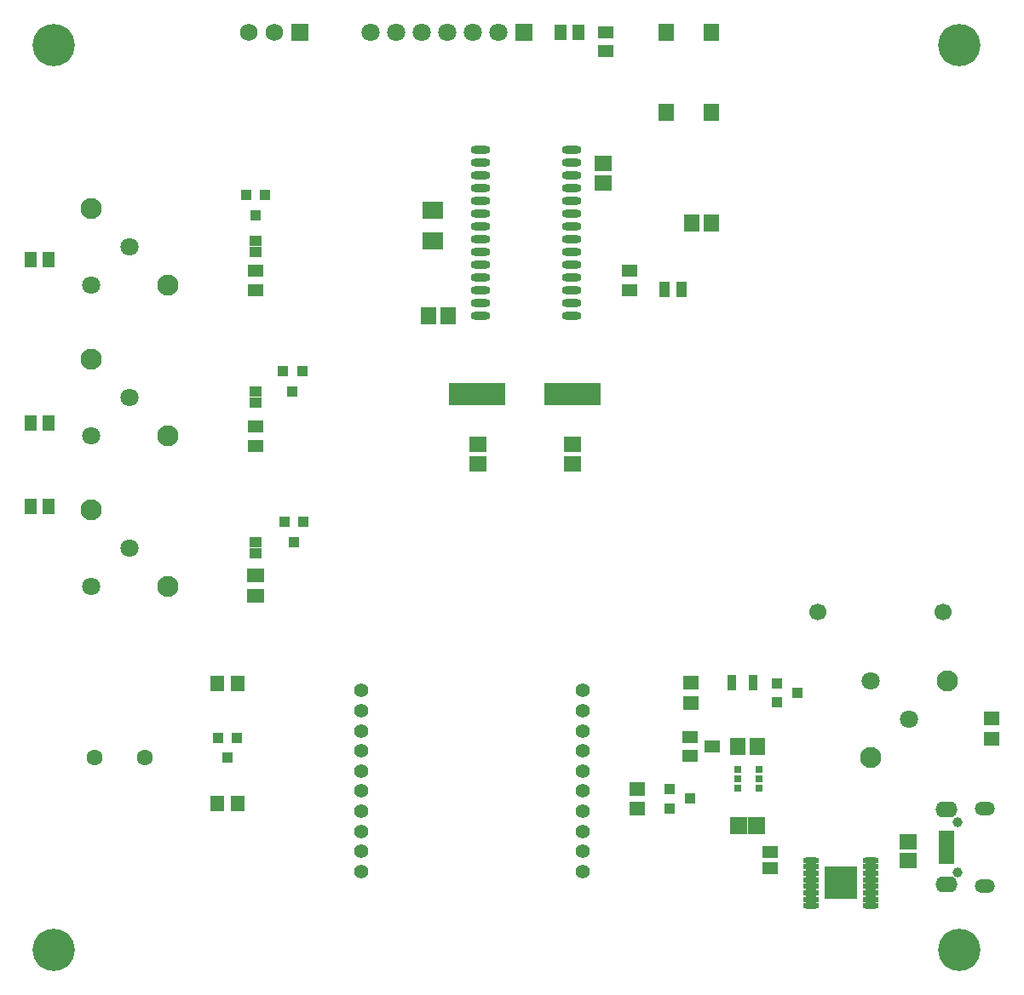
<source format=gts>
G04 Layer_Color=8388736*
%FSLAX25Y25*%
%MOIN*%
G70*
G01*
G75*
%ADD40C,0.06299*%
%ADD46C,0.05512*%
%ADD60R,0.12992X0.12992*%
%ADD61O,0.06299X0.02559*%
%ADD62R,0.22441X0.08661*%
%ADD63R,0.05905X0.02559*%
%ADD64R,0.05118X0.03937*%
%ADD65R,0.02756X0.02559*%
%ADD66R,0.05905X0.06890*%
%ADD67R,0.03740X0.06496*%
%ADD68R,0.06102X0.06890*%
%ADD69R,0.06693X0.06890*%
%ADD70R,0.06102X0.04528*%
%ADD71R,0.06693X0.06299*%
%ADD72R,0.08268X0.06693*%
%ADD73R,0.06890X0.06102*%
%ADD74R,0.06299X0.04724*%
%ADD75R,0.04331X0.03937*%
%ADD76R,0.06496X0.05512*%
%ADD77R,0.06299X0.04921*%
%ADD78R,0.04134X0.05905*%
%ADD79R,0.06693X0.05709*%
%ADD80R,0.06102X0.04724*%
%ADD81O,0.07677X0.03150*%
%ADD82R,0.04724X0.06102*%
%ADD83R,0.03937X0.04331*%
%ADD84R,0.05512X0.06496*%
%ADD85C,0.07087*%
%ADD86C,0.08268*%
%ADD87C,0.06693*%
%ADD88C,0.03937*%
%ADD89O,0.07874X0.05315*%
%ADD90O,0.08661X0.06299*%
%ADD91R,0.06890X0.06890*%
%ADD92C,0.06890*%
%ADD93R,0.07087X0.07087*%
%ADD94C,0.16535*%
D40*
X55343Y95000D02*
D03*
X35658D02*
D03*
D46*
X226500Y121370D02*
D03*
Y113496D02*
D03*
Y105622D02*
D03*
Y97748D02*
D03*
Y89874D02*
D03*
Y82000D02*
D03*
Y74126D02*
D03*
Y66252D02*
D03*
Y58378D02*
D03*
Y50504D02*
D03*
X139886D02*
D03*
Y58378D02*
D03*
Y66252D02*
D03*
Y74126D02*
D03*
Y82000D02*
D03*
Y89874D02*
D03*
Y97748D02*
D03*
Y105622D02*
D03*
Y113496D02*
D03*
Y121370D02*
D03*
D60*
X327500Y46000D02*
D03*
D61*
X315886Y54957D02*
D03*
Y52398D02*
D03*
Y49839D02*
D03*
Y47280D02*
D03*
Y44721D02*
D03*
Y42161D02*
D03*
Y39602D02*
D03*
Y37043D02*
D03*
X339114Y54957D02*
D03*
Y52398D02*
D03*
Y49839D02*
D03*
Y47280D02*
D03*
Y44721D02*
D03*
Y42161D02*
D03*
Y39602D02*
D03*
Y37043D02*
D03*
D62*
X222701Y237500D02*
D03*
X185299D02*
D03*
D63*
X369000Y65118D02*
D03*
Y62559D02*
D03*
Y60000D02*
D03*
Y57441D02*
D03*
Y54882D02*
D03*
D64*
X98425Y297441D02*
D03*
Y293110D02*
D03*
Y238386D02*
D03*
Y234055D02*
D03*
Y179331D02*
D03*
Y175000D02*
D03*
D65*
X295500Y90480D02*
D03*
Y86740D02*
D03*
Y83000D02*
D03*
X287232Y90480D02*
D03*
Y86740D02*
D03*
Y83000D02*
D03*
D66*
X276858Y379150D02*
D03*
X259142D02*
D03*
X276858Y347850D02*
D03*
X259142D02*
D03*
D67*
X284768Y124500D02*
D03*
X293232D02*
D03*
D68*
X287063Y99500D02*
D03*
X294937D02*
D03*
X269063Y304500D02*
D03*
X276937D02*
D03*
X173937Y268000D02*
D03*
X166063D02*
D03*
D69*
X294543Y68500D02*
D03*
X287457D02*
D03*
D70*
X300000Y51850D02*
D03*
Y58150D02*
D03*
D71*
X354000Y54760D02*
D03*
Y62240D02*
D03*
D72*
X168000Y297594D02*
D03*
Y309405D02*
D03*
D73*
X234500Y327937D02*
D03*
Y320063D02*
D03*
X185500Y210063D02*
D03*
Y217937D02*
D03*
X222500Y210063D02*
D03*
Y217937D02*
D03*
D74*
X268669Y95760D02*
D03*
X277331Y99500D02*
D03*
X268669Y103240D02*
D03*
D75*
X268437Y79000D02*
D03*
X260563Y75260D02*
D03*
Y82740D02*
D03*
X310437Y120500D02*
D03*
X302563Y116760D02*
D03*
Y124240D02*
D03*
D76*
X269000Y116563D02*
D03*
Y124437D02*
D03*
X248000Y75063D02*
D03*
Y82937D02*
D03*
X386500Y102563D02*
D03*
Y110437D02*
D03*
D77*
X245000Y278260D02*
D03*
Y285740D02*
D03*
X98500Y217260D02*
D03*
Y224740D02*
D03*
X98500Y285740D02*
D03*
Y278260D02*
D03*
D78*
X258653Y278500D02*
D03*
X265347D02*
D03*
D79*
X98500Y158366D02*
D03*
Y166634D02*
D03*
D80*
X235500Y379043D02*
D03*
Y371957D02*
D03*
D81*
X222315Y268000D02*
D03*
Y273000D02*
D03*
Y278000D02*
D03*
Y283000D02*
D03*
Y288000D02*
D03*
Y293000D02*
D03*
Y298000D02*
D03*
Y303000D02*
D03*
Y308000D02*
D03*
Y313000D02*
D03*
Y318000D02*
D03*
Y323000D02*
D03*
Y328000D02*
D03*
Y333000D02*
D03*
X186685Y268000D02*
D03*
Y273000D02*
D03*
Y278000D02*
D03*
Y283000D02*
D03*
Y288000D02*
D03*
Y293000D02*
D03*
Y298000D02*
D03*
Y303000D02*
D03*
Y308000D02*
D03*
Y313000D02*
D03*
Y318000D02*
D03*
Y323000D02*
D03*
Y328000D02*
D03*
Y333000D02*
D03*
D82*
X217957Y379000D02*
D03*
X225043D02*
D03*
X10457Y193500D02*
D03*
X17543D02*
D03*
X10457Y226000D02*
D03*
X17543D02*
D03*
X10457Y290000D02*
D03*
X17543D02*
D03*
D83*
X98500Y307563D02*
D03*
X94760Y315437D02*
D03*
X102240D02*
D03*
X113000Y238563D02*
D03*
X109260Y246437D02*
D03*
X116740D02*
D03*
X113500Y179563D02*
D03*
X109760Y187437D02*
D03*
X117240D02*
D03*
X87500Y95063D02*
D03*
X83760Y102937D02*
D03*
X91240D02*
D03*
D84*
X91437Y77000D02*
D03*
X83563D02*
D03*
Y124000D02*
D03*
X91437D02*
D03*
D85*
X49213Y236221D02*
D03*
X34213Y221220D02*
D03*
X49213Y177165D02*
D03*
X34213Y162165D02*
D03*
X354331Y110236D02*
D03*
X339331Y125236D02*
D03*
X49213Y295276D02*
D03*
X34213Y280276D02*
D03*
X143500Y379000D02*
D03*
X153500D02*
D03*
X163500D02*
D03*
X173500D02*
D03*
X183500D02*
D03*
X193500D02*
D03*
D86*
X64213Y221220D02*
D03*
X34213Y251220D02*
D03*
X64213Y162165D02*
D03*
X34213Y192165D02*
D03*
X339331Y95236D02*
D03*
X369331Y125236D02*
D03*
X64213Y280276D02*
D03*
X34213Y310276D02*
D03*
D87*
X367606Y152012D02*
D03*
X318394D02*
D03*
D88*
X373331Y69842D02*
D03*
Y50157D02*
D03*
D89*
X383961Y44744D02*
D03*
Y75256D02*
D03*
D90*
X369000Y45335D02*
D03*
Y74665D02*
D03*
D91*
X116000Y379000D02*
D03*
D92*
X106000D02*
D03*
X96000D02*
D03*
D93*
X203500D02*
D03*
D94*
X19685Y19685D02*
D03*
X374016D02*
D03*
Y374016D02*
D03*
X19685D02*
D03*
M02*

</source>
